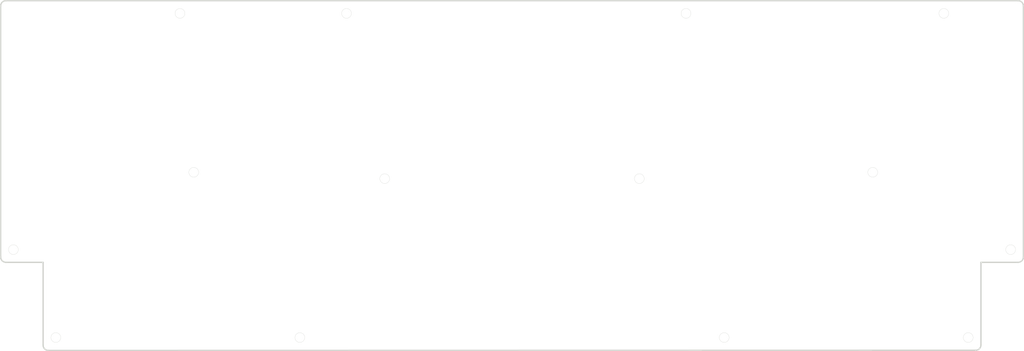
<source format=kicad_pcb>
(kicad_pcb
	(version 20240108)
	(generator "pcbnew")
	(generator_version "8.0")
	(general
		(thickness 1.6)
		(legacy_teardrops no)
	)
	(paper "A4")
	(layers
		(0 "F.Cu" signal)
		(31 "B.Cu" signal)
		(32 "B.Adhes" user "B.Adhesive")
		(33 "F.Adhes" user "F.Adhesive")
		(34 "B.Paste" user)
		(35 "F.Paste" user)
		(36 "B.SilkS" user "B.Silkscreen")
		(37 "F.SilkS" user "F.Silkscreen")
		(38 "B.Mask" user)
		(39 "F.Mask" user)
		(40 "Dwgs.User" user "User.Drawings")
		(41 "Cmts.User" user "User.Comments")
		(42 "Eco1.User" user "User.Eco1")
		(43 "Eco2.User" user "User.Eco2")
		(44 "Edge.Cuts" user)
		(45 "Margin" user)
		(46 "B.CrtYd" user "B.Courtyard")
		(47 "F.CrtYd" user "F.Courtyard")
		(48 "B.Fab" user)
		(49 "F.Fab" user)
		(50 "User.1" user)
		(51 "User.2" user)
		(52 "User.3" user)
		(53 "User.4" user)
		(54 "User.5" user)
		(55 "User.6" user)
		(56 "User.7" user)
		(57 "User.8" user)
		(58 "User.9" user)
	)
	(setup
		(pad_to_mask_clearance 0)
		(allow_soldermask_bridges_in_footprints no)
		(pcbplotparams
			(layerselection 0x0001000_7ffffffe)
			(plot_on_all_layers_selection 0x0000000_00000000)
			(disableapertmacros no)
			(usegerberextensions no)
			(usegerberattributes yes)
			(usegerberadvancedattributes yes)
			(creategerberjobfile no)
			(dashed_line_dash_ratio 12.000000)
			(dashed_line_gap_ratio 3.000000)
			(svgprecision 4)
			(plotframeref no)
			(viasonmask no)
			(mode 1)
			(useauxorigin no)
			(hpglpennumber 1)
			(hpglpenspeed 20)
			(hpglpendiameter 15.000000)
			(pdf_front_fp_property_popups yes)
			(pdf_back_fp_property_popups yes)
			(dxfpolygonmode no)
			(dxfimperialunits no)
			(dxfusepcbnewfont yes)
			(psnegative no)
			(psa4output no)
			(plotreference yes)
			(plotvalue yes)
			(plotfptext yes)
			(plotinvisibletext no)
			(sketchpadsonfab no)
			(subtractmaskfromsilk no)
			(outputformat 3)
			(mirror no)
			(drillshape 0)
			(scaleselection 1)
			(outputdirectory "output/")
		)
	)
	(net 0 "")
	(gr_circle
		(center 193.83782 42.148125)
		(end 194.93782 42.148125)
		(stroke
			(width 0.05)
			(type default)
		)
		(fill none)
		(layer "Edge.Cuts")
		(uuid "06e8bad8-c55f-44f1-bb0b-71399a05813f")
	)
	(gr_circle
		(center 183.3601 79.295625)
		(end 184.4601 79.295625)
		(stroke
			(width 0.05)
			(type default)
		)
		(fill none)
		(layer "Edge.Cuts")
		(uuid "1f151f9f-939f-4334-ba1f-30ec62095abe")
	)
	(gr_circle
		(center 83.3455 77.866875)
		(end 84.4455 77.866875)
		(stroke
			(width 0.05)
			(type default)
		)
		(fill none)
		(layer "Edge.Cuts")
		(uuid "225cfd06-c860-4279-b1f0-bbbb3302d654")
	)
	(gr_arc
		(start 269.56316 96.916875)
		(mid 269.214444 97.758824)
		(end 268.37251 98.107525)
		(stroke
			(width 0.3)
			(type default)
		)
		(layer "Edge.Cuts")
		(uuid "22e98ff1-90ae-46a4-9116-aaf105a5c2c2")
	)
	(gr_circle
		(center 202.4105 115.014375)
		(end 203.5105 115.014375)
		(stroke
			(width 0.05)
			(type default)
		)
		(fill none)
		(layer "Edge.Cuts")
		(uuid "25a30fbb-113a-4cd6-a5aa-a131960f8a8d")
	)
	(gr_line
		(start 258.847335 117.871875)
		(end 50.72169 117.91275)
		(stroke
			(width 0.3)
			(type default)
		)
		(layer "Edge.Cuts")
		(uuid "25a3fc6c-a07f-4faa-807a-efcbf60008c3")
	)
	(gr_circle
		(center 117.63622 42.148125)
		(end 118.73622 42.148125)
		(stroke
			(width 0.05)
			(type default)
		)
		(fill none)
		(layer "Edge.Cuts")
		(uuid "2df4a3cd-80fb-4c22-bb8d-d91defb9d86b")
	)
	(gr_line
		(start 268.37251 98.107525)
		(end 260.03796 98.1075)
		(stroke
			(width 0.3)
			(type default)
		)
		(layer "Edge.Cuts")
		(uuid "2f916c86-7334-484f-8f22-a230b7a58bf8")
	)
	(gr_line
		(start 41.19649 39.290625)
		(end 268.372535 39.290625)
		(stroke
			(width 0.3)
			(type default)
		)
		(layer "Edge.Cuts")
		(uuid "59a8af95-dbd5-4627-8e1e-8ba552eff117")
	)
	(gr_line
		(start 260.03796 98.1075)
		(end 260.03796 116.68125)
		(stroke
			(width 0.3)
			(type default)
		)
		(layer "Edge.Cuts")
		(uuid "6d3f0813-128e-4018-81e0-55ceeb02c5d0")
	)
	(gr_line
		(start 49.53104 116.722092)
		(end 49.53104 98.1075)
		(stroke
			(width 0.3)
			(type default)
		)
		(layer "Edge.Cuts")
		(uuid "734082da-20f7-4c3b-b06b-c3369d5e55ff")
	)
	(gr_circle
		(center 257.1804 115.014375)
		(end 258.2804 115.014375)
		(stroke
			(width 0.05)
			(type default)
		)
		(fill none)
		(layer "Edge.Cuts")
		(uuid "7723e997-5876-4562-ab94-1403530799fe")
	)
	(gr_circle
		(center 235.7487 77.866875)
		(end 236.8487 77.866875)
		(stroke
			(width 0.05)
			(type default)
		)
		(fill none)
		(layer "Edge.Cuts")
		(uuid "794f175c-14ae-4a66-b5cd-136d9b1ea3fb")
	)
	(gr_circle
		(center 251.70341 42.148125)
		(end 252.80341 42.148125)
		(stroke
			(width 0.05)
			(type default)
		)
		(fill none)
		(layer "Edge.Cuts")
		(uuid "7b8b291a-ed87-4727-8f0d-a745e5441a88")
	)
	(gr_circle
		(center 80.24981 42.148125)
		(end 81.34981 42.148125)
		(stroke
			(width 0.05)
			(type default)
		)
		(fill none)
		(layer "Edge.Cuts")
		(uuid "7c1cc9c0-4f2b-4fa7-9633-f022c04c6604")
	)
	(gr_circle
		(center 126.2089 79.295625)
		(end 127.3089 79.295625)
		(stroke
			(width 0.05)
			(type default)
		)
		(fill none)
		(layer "Edge.Cuts")
		(uuid "81ae1aef-c1e4-49e5-ad24-b6b766c12ec0")
	)
	(gr_arc
		(start 50.72169 117.91275)
		(mid 49.87977 117.564014)
		(end 49.53104 116.722092)
		(stroke
			(width 0.3)
			(type default)
		)
		(layer "Edge.Cuts")
		(uuid "82365f65-1142-4744-96a9-50fbba162c4c")
	)
	(gr_circle
		(center 107.1585 115.014375)
		(end 108.2585 115.014375)
		(stroke
			(width 0.05)
			(type default)
		)
		(fill none)
		(layer "Edge.Cuts")
		(uuid "89270ad5-b190-4b34-bd22-bfd09a4afd44")
	)
	(gr_circle
		(center 52.3886 115.014375)
		(end 53.4886 115.014375)
		(stroke
			(width 0.05)
			(type default)
		)
		(fill none)
		(layer "Edge.Cuts")
		(uuid "948982cf-b66b-4c94-a8a0-9b70585f88a9")
	)
	(gr_line
		(start 269.56316 40.48125)
		(end 269.56316 96.916875)
		(stroke
			(width 0.3)
			(type default)
		)
		(layer "Edge.Cuts")
		(uuid "a141ae19-609c-4829-94ed-bed6c409db00")
	)
	(gr_line
		(start 40.00584 96.916875)
		(end 40.005815 40.481238)
		(stroke
			(width 0.3)
			(type default)
		)
		(layer "Edge.Cuts")
		(uuid "a4c75558-8cbe-4801-90bb-3f1b36fd614c")
	)
	(gr_arc
		(start 260.03796 116.68125)
		(mid 259.689216 117.523117)
		(end 258.847335 117.871875)
		(stroke
			(width 0.3)
			(type default)
		)
		(layer "Edge.Cuts")
		(uuid "b4520947-e581-47a6-a503-1f298defc2fd")
	)
	(gr_line
		(start 49.53104 98.1075)
		(end 41.19649 98.107475)
		(stroke
			(width 0.3)
			(type default)
		)
		(layer "Edge.Cuts")
		(uuid "b6b10348-2e49-43b2-853e-3d7c569de557")
	)
	(gr_circle
		(center 266.7056 95.25)
		(end 267.8056 95.25)
		(stroke
			(width 0.05)
			(type default)
		)
		(fill none)
		(layer "Edge.Cuts")
		(uuid "d5b21c4c-3cd9-445b-abf5-85f851959308")
	)
	(gr_arc
		(start 40.005815 40.481238)
		(mid 40.354578 39.639344)
		(end 41.19649 39.290625)
		(stroke
			(width 0.3)
			(type default)
		)
		(layer "Edge.Cuts")
		(uuid "d60650e3-4829-4f09-b7be-f9af83cb5af0")
	)
	(gr_arc
		(start 41.19649 98.107475)
		(mid 40.354591 97.758759)
		(end 40.00584 96.916875)
		(stroke
			(width 0.3)
			(type default)
		)
		(layer "Edge.Cuts")
		(uuid "db5e7a66-99eb-4036-aeb7-c56d5b17b0a3")
	)
	(gr_arc
		(start 268.372535 39.290625)
		(mid 269.214452 39.639348)
		(end 269.56316 40.48125)
		(stroke
			(width 0.3)
			(type default)
		)
		(layer "Edge.Cuts")
		(uuid "ddf833bf-9f07-474f-acea-f0c894ad65b6")
	)
	(gr_circle
		(center 42.8625 95.25)
		(end 43.9625 95.25)
		(stroke
			(width 0.05)
			(type default)
		)
		(fill none)
		(layer "Edge.Cuts")
		(uuid "fea693aa-8be5-480b-96ed-e45ed7595a89")
	)
)

</source>
